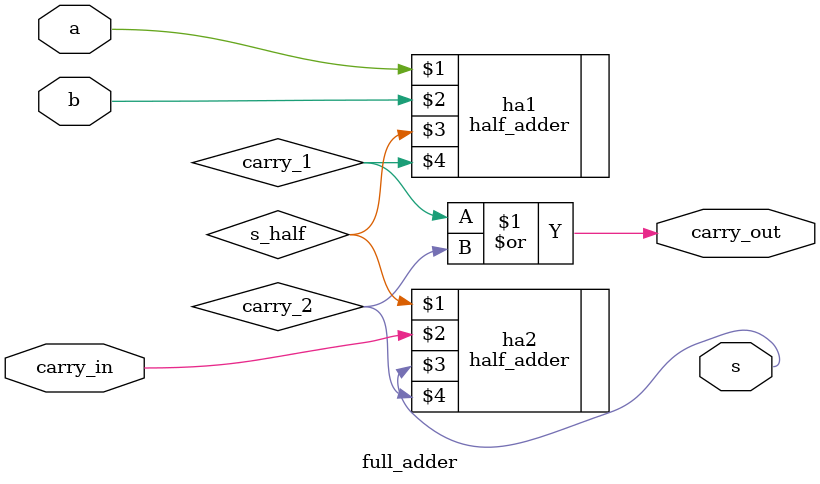
<source format=v>
module full_adder
(
    input wire a, b, carry_in,
    output wire s, carry_out
);
  
  wire s_half, carry_1, carry_2;

  half_adder ha1(a, b, s_half, carry_1);
  half_adder ha2(s_half, carry_in, s, carry_2);
  
  assign carry_out = carry_1 | carry_2;

endmodule
</source>
